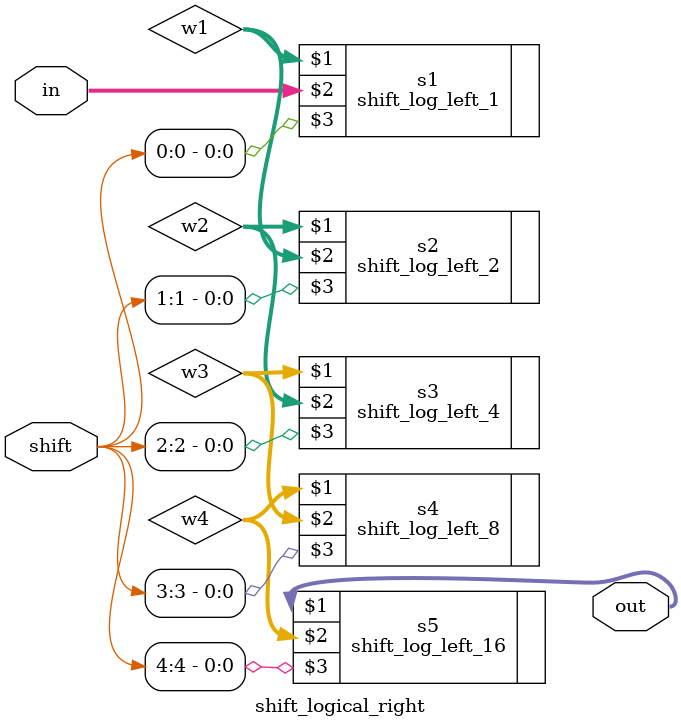
<source format=v>
module shift_logical_right(out, in, shift);
    // arith shift pad with ones
    input [31:0] in;
    input [4:0] shift;
    output [31:0] out;

    wire [31:0] w1, w2, w3, w4;

    shift_log_left_1 s1(w1, in, shift[0]);
    shift_log_left_2 s2(w2, w1, shift[1]);
    shift_log_left_4 s3(w3, w2, shift[2]);
    shift_log_left_8 s4(w4, w3, shift[3]);
    shift_log_left_16 s5(out, w4, shift[4]);
endmodule
</source>
